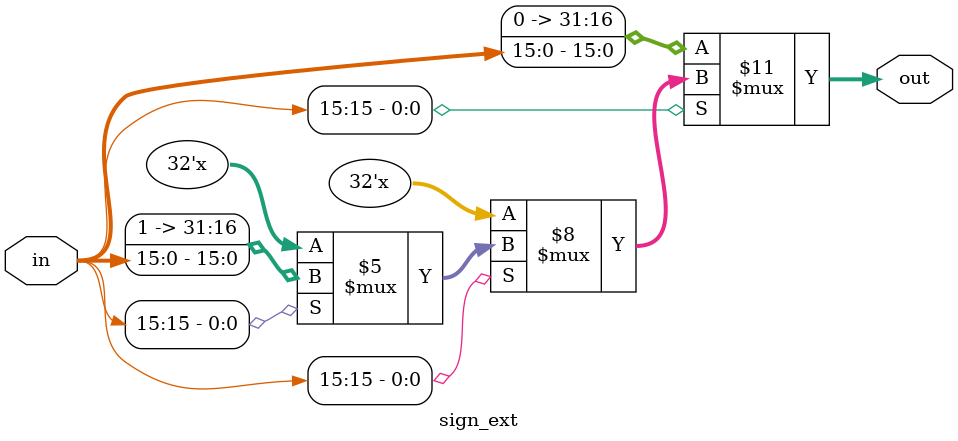
<source format=v>
`timescale 1ns / 1ps


module sign_ext ( in,out);

input [15:0] in;
output reg [31:0] out;

always @(in)
begin 
  if(in[15]==0)
       out= { 16'h0000,in};
  else if(in[15]==1)
       begin
            out ={16'hffff,in};
          end
  end

endmodule

</source>
